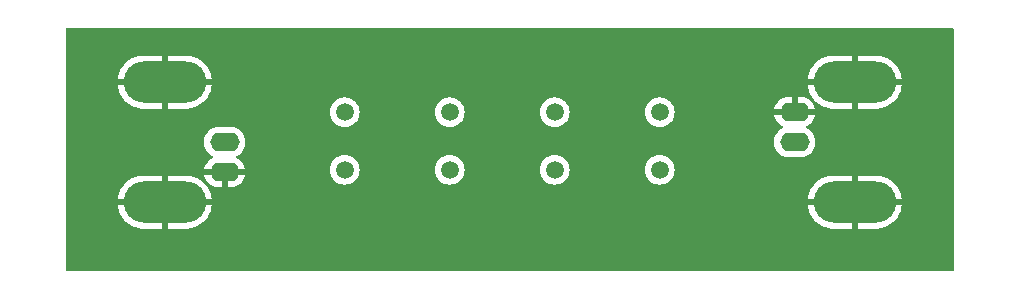
<source format=gbr>
%TF.GenerationSoftware,KiCad,Pcbnew,8.0.1*%
%TF.CreationDate,2024-04-20T09:08:37+02:00*%
%TF.ProjectId,Quarzfilter,51756172-7a66-4696-9c74-65722e6b6963,rev?*%
%TF.SameCoordinates,Original*%
%TF.FileFunction,Copper,L2,Bot*%
%TF.FilePolarity,Positive*%
%FSLAX46Y46*%
G04 Gerber Fmt 4.6, Leading zero omitted, Abs format (unit mm)*
G04 Created by KiCad (PCBNEW 8.0.1) date 2024-04-20 09:08:37*
%MOMM*%
%LPD*%
G01*
G04 APERTURE LIST*
%TA.AperFunction,ComponentPad*%
%ADD10C,1.500000*%
%TD*%
%TA.AperFunction,ComponentPad*%
%ADD11O,2.500000X1.600000*%
%TD*%
%TA.AperFunction,ComponentPad*%
%ADD12O,7.000000X3.500000*%
%TD*%
G04 APERTURE END LIST*
D10*
%TO.P,Y4,1,1*%
%TO.N,Net-(C4-Pad2)*%
X151130000Y-86360000D03*
%TO.P,Y4,2,2*%
%TO.N,Net-(C5-Pad1)*%
X151130000Y-91240000D03*
%TD*%
%TO.P,Y3,1,1*%
%TO.N,Net-(C3-Pad2)*%
X142240000Y-91240000D03*
%TO.P,Y3,2,2*%
%TO.N,Net-(C4-Pad2)*%
X142240000Y-86360000D03*
%TD*%
%TO.P,Y2,1,1*%
%TO.N,Net-(C2-Pad1)*%
X133350000Y-86360000D03*
%TO.P,Y2,2,2*%
%TO.N,Net-(C3-Pad2)*%
X133350000Y-91240000D03*
%TD*%
%TO.P,Y1,1,1*%
%TO.N,Net-(C1-Pad2)*%
X124460000Y-91240000D03*
%TO.P,Y1,2,2*%
%TO.N,Net-(C2-Pad1)*%
X124460000Y-86360000D03*
%TD*%
D11*
%TO.P,J2,1,In*%
%TO.N,Net-(J2-In)*%
X162560000Y-88900000D03*
D12*
%TO.P,J2,2,Ext*%
%TO.N,GND*%
X167640000Y-83820000D03*
D11*
X162560000Y-86360000D03*
D12*
X167640000Y-93980000D03*
%TD*%
D11*
%TO.P,J1,1,In*%
%TO.N,Net-(J1-In)*%
X114300000Y-88900000D03*
D12*
%TO.P,J1,2,Ext*%
%TO.N,GND*%
X109220000Y-93980000D03*
D11*
X114300000Y-91440000D03*
D12*
X109220000Y-83820000D03*
%TD*%
%TA.AperFunction,Conductor*%
%TO.N,GND*%
G36*
X175972539Y-79260185D02*
G01*
X176018294Y-79312989D01*
X176029500Y-79364500D01*
X176029500Y-99705500D01*
X176009815Y-99772539D01*
X175957011Y-99818294D01*
X175905500Y-99829500D01*
X100954500Y-99829500D01*
X100887461Y-99809815D01*
X100841706Y-99757011D01*
X100830500Y-99705500D01*
X100830500Y-93730000D01*
X105233497Y-93730000D01*
X108245038Y-93730000D01*
X108215000Y-93881016D01*
X108215000Y-94078984D01*
X108245038Y-94230000D01*
X105233498Y-94230000D01*
X105258496Y-94419884D01*
X105258499Y-94419897D01*
X105334835Y-94704790D01*
X105334838Y-94704800D01*
X105447704Y-94977281D01*
X105447709Y-94977292D01*
X105595174Y-95232707D01*
X105595185Y-95232723D01*
X105774729Y-95466709D01*
X105774735Y-95466716D01*
X105983283Y-95675264D01*
X105983290Y-95675270D01*
X106217276Y-95854814D01*
X106217292Y-95854825D01*
X106472707Y-96002290D01*
X106472718Y-96002295D01*
X106745199Y-96115161D01*
X106745209Y-96115164D01*
X107030102Y-96191500D01*
X107030115Y-96191503D01*
X107322516Y-96229998D01*
X107322534Y-96230000D01*
X108970000Y-96230000D01*
X108970000Y-94954961D01*
X109121016Y-94985000D01*
X109318984Y-94985000D01*
X109470000Y-94954961D01*
X109470000Y-96230000D01*
X111117466Y-96230000D01*
X111117483Y-96229998D01*
X111409884Y-96191503D01*
X111409897Y-96191500D01*
X111694790Y-96115164D01*
X111694800Y-96115161D01*
X111967281Y-96002295D01*
X111967292Y-96002290D01*
X112222707Y-95854825D01*
X112222723Y-95854814D01*
X112456709Y-95675270D01*
X112456716Y-95675264D01*
X112665264Y-95466716D01*
X112665270Y-95466709D01*
X112844814Y-95232723D01*
X112844825Y-95232707D01*
X112992290Y-94977292D01*
X112992295Y-94977281D01*
X113105161Y-94704800D01*
X113105164Y-94704790D01*
X113181500Y-94419897D01*
X113181503Y-94419884D01*
X113206502Y-94230000D01*
X110194962Y-94230000D01*
X110225000Y-94078984D01*
X110225000Y-93881016D01*
X110194962Y-93730000D01*
X113206502Y-93730000D01*
X163653497Y-93730000D01*
X166665038Y-93730000D01*
X166635000Y-93881016D01*
X166635000Y-94078984D01*
X166665038Y-94230000D01*
X163653498Y-94230000D01*
X163678496Y-94419884D01*
X163678499Y-94419897D01*
X163754835Y-94704790D01*
X163754838Y-94704800D01*
X163867704Y-94977281D01*
X163867709Y-94977292D01*
X164015174Y-95232707D01*
X164015185Y-95232723D01*
X164194729Y-95466709D01*
X164194735Y-95466716D01*
X164403283Y-95675264D01*
X164403290Y-95675270D01*
X164637276Y-95854814D01*
X164637292Y-95854825D01*
X164892707Y-96002290D01*
X164892718Y-96002295D01*
X165165199Y-96115161D01*
X165165209Y-96115164D01*
X165450102Y-96191500D01*
X165450115Y-96191503D01*
X165742516Y-96229998D01*
X165742534Y-96230000D01*
X167390000Y-96230000D01*
X167390000Y-94954961D01*
X167541016Y-94985000D01*
X167738984Y-94985000D01*
X167890000Y-94954961D01*
X167890000Y-96230000D01*
X169537466Y-96230000D01*
X169537483Y-96229998D01*
X169829884Y-96191503D01*
X169829897Y-96191500D01*
X170114790Y-96115164D01*
X170114800Y-96115161D01*
X170387281Y-96002295D01*
X170387292Y-96002290D01*
X170642707Y-95854825D01*
X170642723Y-95854814D01*
X170876709Y-95675270D01*
X170876716Y-95675264D01*
X171085264Y-95466716D01*
X171085270Y-95466709D01*
X171264814Y-95232723D01*
X171264825Y-95232707D01*
X171412290Y-94977292D01*
X171412295Y-94977281D01*
X171525161Y-94704800D01*
X171525164Y-94704790D01*
X171601500Y-94419897D01*
X171601503Y-94419884D01*
X171626502Y-94230000D01*
X168614962Y-94230000D01*
X168645000Y-94078984D01*
X168645000Y-93881016D01*
X168614962Y-93730000D01*
X171626502Y-93730000D01*
X171601503Y-93540115D01*
X171601500Y-93540102D01*
X171525164Y-93255209D01*
X171525161Y-93255199D01*
X171412295Y-92982718D01*
X171412290Y-92982707D01*
X171264825Y-92727292D01*
X171264814Y-92727276D01*
X171085270Y-92493290D01*
X171085264Y-92493283D01*
X170876716Y-92284735D01*
X170876709Y-92284729D01*
X170642723Y-92105185D01*
X170642707Y-92105174D01*
X170387292Y-91957709D01*
X170387281Y-91957704D01*
X170114800Y-91844838D01*
X170114790Y-91844835D01*
X169829897Y-91768499D01*
X169829884Y-91768496D01*
X169537483Y-91730001D01*
X169537466Y-91730000D01*
X167890000Y-91730000D01*
X167890000Y-93005038D01*
X167738984Y-92975000D01*
X167541016Y-92975000D01*
X167390000Y-93005038D01*
X167390000Y-91730000D01*
X165742534Y-91730000D01*
X165742516Y-91730001D01*
X165450115Y-91768496D01*
X165450102Y-91768499D01*
X165165209Y-91844835D01*
X165165199Y-91844838D01*
X164892718Y-91957704D01*
X164892707Y-91957709D01*
X164637292Y-92105174D01*
X164637276Y-92105185D01*
X164403290Y-92284729D01*
X164403283Y-92284735D01*
X164194735Y-92493283D01*
X164194729Y-92493290D01*
X164015185Y-92727276D01*
X164015174Y-92727292D01*
X163867709Y-92982707D01*
X163867704Y-92982718D01*
X163754838Y-93255199D01*
X163754835Y-93255209D01*
X163678499Y-93540102D01*
X163678496Y-93540115D01*
X163653497Y-93730000D01*
X113206502Y-93730000D01*
X113181503Y-93540115D01*
X113181500Y-93540102D01*
X113105164Y-93255209D01*
X113105161Y-93255199D01*
X112992295Y-92982718D01*
X112992290Y-92982707D01*
X112844825Y-92727292D01*
X112844814Y-92727276D01*
X112665270Y-92493290D01*
X112665264Y-92493283D01*
X112456716Y-92284735D01*
X112456709Y-92284729D01*
X112222723Y-92105185D01*
X112222707Y-92105174D01*
X111967292Y-91957709D01*
X111967281Y-91957704D01*
X111694800Y-91844838D01*
X111694790Y-91844835D01*
X111409897Y-91768499D01*
X111409884Y-91768496D01*
X111117483Y-91730001D01*
X111117466Y-91730000D01*
X109470000Y-91730000D01*
X109470000Y-93005038D01*
X109318984Y-92975000D01*
X109121016Y-92975000D01*
X108970000Y-93005038D01*
X108970000Y-91730000D01*
X107322534Y-91730000D01*
X107322516Y-91730001D01*
X107030115Y-91768496D01*
X107030102Y-91768499D01*
X106745209Y-91844835D01*
X106745199Y-91844838D01*
X106472718Y-91957704D01*
X106472707Y-91957709D01*
X106217292Y-92105174D01*
X106217276Y-92105185D01*
X105983290Y-92284729D01*
X105983283Y-92284735D01*
X105774735Y-92493283D01*
X105774729Y-92493290D01*
X105595185Y-92727276D01*
X105595174Y-92727292D01*
X105447709Y-92982707D01*
X105447704Y-92982718D01*
X105334838Y-93255199D01*
X105334835Y-93255209D01*
X105258499Y-93540102D01*
X105258496Y-93540115D01*
X105233497Y-93730000D01*
X100830500Y-93730000D01*
X100830500Y-89002351D01*
X112549500Y-89002351D01*
X112581522Y-89204534D01*
X112644781Y-89399223D01*
X112737715Y-89581613D01*
X112858028Y-89747213D01*
X113002786Y-89891971D01*
X113130451Y-89984723D01*
X113168390Y-90012287D01*
X113240424Y-90048990D01*
X113261629Y-90059795D01*
X113312425Y-90107770D01*
X113329220Y-90175591D01*
X113306682Y-90241726D01*
X113261629Y-90280765D01*
X113168650Y-90328140D01*
X113003105Y-90448417D01*
X113003104Y-90448417D01*
X112858417Y-90593104D01*
X112858417Y-90593105D01*
X112738140Y-90758650D01*
X112645244Y-90940970D01*
X112582009Y-91135586D01*
X112573391Y-91190000D01*
X113930496Y-91190000D01*
X113885326Y-91268236D01*
X113855000Y-91381415D01*
X113855000Y-91498585D01*
X113885326Y-91611764D01*
X113930496Y-91690000D01*
X112573391Y-91690000D01*
X112582009Y-91744413D01*
X112645244Y-91939029D01*
X112738140Y-92121349D01*
X112858417Y-92286894D01*
X112858417Y-92286895D01*
X113003104Y-92431582D01*
X113168650Y-92551859D01*
X113350968Y-92644755D01*
X113545582Y-92707990D01*
X113747683Y-92740000D01*
X114050000Y-92740000D01*
X114050000Y-91809504D01*
X114128236Y-91854674D01*
X114241415Y-91885000D01*
X114358585Y-91885000D01*
X114471764Y-91854674D01*
X114550000Y-91809504D01*
X114550000Y-92740000D01*
X114852317Y-92740000D01*
X115054417Y-92707990D01*
X115249031Y-92644755D01*
X115431349Y-92551859D01*
X115596894Y-92431582D01*
X115596895Y-92431582D01*
X115741582Y-92286895D01*
X115741582Y-92286894D01*
X115861859Y-92121349D01*
X115954755Y-91939029D01*
X116017990Y-91744413D01*
X116026609Y-91690000D01*
X114669504Y-91690000D01*
X114714674Y-91611764D01*
X114745000Y-91498585D01*
X114745000Y-91381415D01*
X114714674Y-91268236D01*
X114698373Y-91240002D01*
X123204723Y-91240002D01*
X123223793Y-91457975D01*
X123223793Y-91457979D01*
X123280422Y-91669322D01*
X123280424Y-91669326D01*
X123280425Y-91669330D01*
X123315437Y-91744413D01*
X123372897Y-91867638D01*
X123372898Y-91867639D01*
X123498402Y-92046877D01*
X123653123Y-92201598D01*
X123832361Y-92327102D01*
X124030670Y-92419575D01*
X124242023Y-92476207D01*
X124424926Y-92492208D01*
X124459998Y-92495277D01*
X124460000Y-92495277D01*
X124460002Y-92495277D01*
X124488254Y-92492805D01*
X124677977Y-92476207D01*
X124889330Y-92419575D01*
X125087639Y-92327102D01*
X125266877Y-92201598D01*
X125421598Y-92046877D01*
X125547102Y-91867639D01*
X125639575Y-91669330D01*
X125696207Y-91457977D01*
X125715277Y-91240002D01*
X132094723Y-91240002D01*
X132113793Y-91457975D01*
X132113793Y-91457979D01*
X132170422Y-91669322D01*
X132170424Y-91669326D01*
X132170425Y-91669330D01*
X132205437Y-91744413D01*
X132262897Y-91867638D01*
X132262898Y-91867639D01*
X132388402Y-92046877D01*
X132543123Y-92201598D01*
X132722361Y-92327102D01*
X132920670Y-92419575D01*
X133132023Y-92476207D01*
X133314926Y-92492208D01*
X133349998Y-92495277D01*
X133350000Y-92495277D01*
X133350002Y-92495277D01*
X133378254Y-92492805D01*
X133567977Y-92476207D01*
X133779330Y-92419575D01*
X133977639Y-92327102D01*
X134156877Y-92201598D01*
X134311598Y-92046877D01*
X134437102Y-91867639D01*
X134529575Y-91669330D01*
X134586207Y-91457977D01*
X134605277Y-91240002D01*
X140984723Y-91240002D01*
X141003793Y-91457975D01*
X141003793Y-91457979D01*
X141060422Y-91669322D01*
X141060424Y-91669326D01*
X141060425Y-91669330D01*
X141095437Y-91744413D01*
X141152897Y-91867638D01*
X141152898Y-91867639D01*
X141278402Y-92046877D01*
X141433123Y-92201598D01*
X141612361Y-92327102D01*
X141810670Y-92419575D01*
X142022023Y-92476207D01*
X142204926Y-92492208D01*
X142239998Y-92495277D01*
X142240000Y-92495277D01*
X142240002Y-92495277D01*
X142268254Y-92492805D01*
X142457977Y-92476207D01*
X142669330Y-92419575D01*
X142867639Y-92327102D01*
X143046877Y-92201598D01*
X143201598Y-92046877D01*
X143327102Y-91867639D01*
X143419575Y-91669330D01*
X143476207Y-91457977D01*
X143495277Y-91240002D01*
X149874723Y-91240002D01*
X149893793Y-91457975D01*
X149893793Y-91457979D01*
X149950422Y-91669322D01*
X149950424Y-91669326D01*
X149950425Y-91669330D01*
X149985437Y-91744413D01*
X150042897Y-91867638D01*
X150042898Y-91867639D01*
X150168402Y-92046877D01*
X150323123Y-92201598D01*
X150502361Y-92327102D01*
X150700670Y-92419575D01*
X150912023Y-92476207D01*
X151094926Y-92492208D01*
X151129998Y-92495277D01*
X151130000Y-92495277D01*
X151130002Y-92495277D01*
X151158254Y-92492805D01*
X151347977Y-92476207D01*
X151559330Y-92419575D01*
X151757639Y-92327102D01*
X151936877Y-92201598D01*
X152091598Y-92046877D01*
X152217102Y-91867639D01*
X152309575Y-91669330D01*
X152366207Y-91457977D01*
X152385277Y-91240000D01*
X152366207Y-91022023D01*
X152309575Y-90810670D01*
X152217102Y-90612362D01*
X152217100Y-90612359D01*
X152217099Y-90612357D01*
X152091599Y-90433124D01*
X152091596Y-90433121D01*
X151936877Y-90278402D01*
X151757639Y-90152898D01*
X151757640Y-90152898D01*
X151757638Y-90152897D01*
X151655389Y-90105218D01*
X151559330Y-90060425D01*
X151559326Y-90060424D01*
X151559322Y-90060422D01*
X151347977Y-90003793D01*
X151130002Y-89984723D01*
X151129998Y-89984723D01*
X150984682Y-89997436D01*
X150912023Y-90003793D01*
X150912020Y-90003793D01*
X150700677Y-90060422D01*
X150700668Y-90060426D01*
X150502361Y-90152898D01*
X150502357Y-90152900D01*
X150323121Y-90278402D01*
X150168402Y-90433121D01*
X150042900Y-90612357D01*
X150042898Y-90612361D01*
X149950426Y-90810668D01*
X149950422Y-90810677D01*
X149893793Y-91022020D01*
X149893793Y-91022024D01*
X149874723Y-91239997D01*
X149874723Y-91240002D01*
X143495277Y-91240002D01*
X143495277Y-91240000D01*
X143476207Y-91022023D01*
X143419575Y-90810670D01*
X143327102Y-90612362D01*
X143327100Y-90612359D01*
X143327099Y-90612357D01*
X143201599Y-90433124D01*
X143201596Y-90433121D01*
X143046877Y-90278402D01*
X142867639Y-90152898D01*
X142867640Y-90152898D01*
X142867638Y-90152897D01*
X142765389Y-90105218D01*
X142669330Y-90060425D01*
X142669326Y-90060424D01*
X142669322Y-90060422D01*
X142457977Y-90003793D01*
X142240002Y-89984723D01*
X142239998Y-89984723D01*
X142094682Y-89997436D01*
X142022023Y-90003793D01*
X142022020Y-90003793D01*
X141810677Y-90060422D01*
X141810668Y-90060426D01*
X141612361Y-90152898D01*
X141612357Y-90152900D01*
X141433121Y-90278402D01*
X141278402Y-90433121D01*
X141152900Y-90612357D01*
X141152898Y-90612361D01*
X141060426Y-90810668D01*
X141060422Y-90810677D01*
X141003793Y-91022020D01*
X141003793Y-91022024D01*
X140984723Y-91239997D01*
X140984723Y-91240002D01*
X134605277Y-91240002D01*
X134605277Y-91240000D01*
X134586207Y-91022023D01*
X134529575Y-90810670D01*
X134437102Y-90612362D01*
X134437100Y-90612359D01*
X134437099Y-90612357D01*
X134311599Y-90433124D01*
X134311596Y-90433121D01*
X134156877Y-90278402D01*
X133977639Y-90152898D01*
X133977640Y-90152898D01*
X133977638Y-90152897D01*
X133875389Y-90105218D01*
X133779330Y-90060425D01*
X133779326Y-90060424D01*
X133779322Y-90060422D01*
X133567977Y-90003793D01*
X133350002Y-89984723D01*
X133349998Y-89984723D01*
X133204682Y-89997436D01*
X133132023Y-90003793D01*
X133132020Y-90003793D01*
X132920677Y-90060422D01*
X132920668Y-90060426D01*
X132722361Y-90152898D01*
X132722357Y-90152900D01*
X132543121Y-90278402D01*
X132388402Y-90433121D01*
X132262900Y-90612357D01*
X132262898Y-90612361D01*
X132170426Y-90810668D01*
X132170422Y-90810677D01*
X132113793Y-91022020D01*
X132113793Y-91022024D01*
X132094723Y-91239997D01*
X132094723Y-91240002D01*
X125715277Y-91240002D01*
X125715277Y-91240000D01*
X125696207Y-91022023D01*
X125639575Y-90810670D01*
X125547102Y-90612362D01*
X125547100Y-90612359D01*
X125547099Y-90612357D01*
X125421599Y-90433124D01*
X125421596Y-90433121D01*
X125266877Y-90278402D01*
X125087639Y-90152898D01*
X125087640Y-90152898D01*
X125087638Y-90152897D01*
X124985389Y-90105218D01*
X124889330Y-90060425D01*
X124889326Y-90060424D01*
X124889322Y-90060422D01*
X124677977Y-90003793D01*
X124460002Y-89984723D01*
X124459998Y-89984723D01*
X124314682Y-89997436D01*
X124242023Y-90003793D01*
X124242020Y-90003793D01*
X124030677Y-90060422D01*
X124030668Y-90060426D01*
X123832361Y-90152898D01*
X123832357Y-90152900D01*
X123653121Y-90278402D01*
X123498402Y-90433121D01*
X123372900Y-90612357D01*
X123372898Y-90612361D01*
X123280426Y-90810668D01*
X123280422Y-90810677D01*
X123223793Y-91022020D01*
X123223793Y-91022024D01*
X123204723Y-91239997D01*
X123204723Y-91240002D01*
X114698373Y-91240002D01*
X114669504Y-91190000D01*
X116026609Y-91190000D01*
X116017990Y-91135586D01*
X115954755Y-90940970D01*
X115861859Y-90758650D01*
X115741582Y-90593105D01*
X115741582Y-90593104D01*
X115596895Y-90448417D01*
X115431349Y-90328140D01*
X115338370Y-90280765D01*
X115287574Y-90232790D01*
X115270779Y-90164969D01*
X115293316Y-90098835D01*
X115338370Y-90059795D01*
X115431610Y-90012287D01*
X115469549Y-89984723D01*
X115597213Y-89891971D01*
X115597215Y-89891968D01*
X115597219Y-89891966D01*
X115741966Y-89747219D01*
X115741968Y-89747215D01*
X115741971Y-89747213D01*
X115794732Y-89674590D01*
X115862287Y-89581610D01*
X115955220Y-89399219D01*
X116018477Y-89204534D01*
X116050500Y-89002352D01*
X116050500Y-89002351D01*
X160809500Y-89002351D01*
X160841522Y-89204534D01*
X160904781Y-89399223D01*
X160997715Y-89581613D01*
X161118028Y-89747213D01*
X161262786Y-89891971D01*
X161390451Y-89984723D01*
X161428390Y-90012287D01*
X161521630Y-90059795D01*
X161610776Y-90105218D01*
X161610778Y-90105218D01*
X161610781Y-90105220D01*
X161715137Y-90139127D01*
X161805465Y-90168477D01*
X161850381Y-90175591D01*
X162007648Y-90200500D01*
X162007649Y-90200500D01*
X163112351Y-90200500D01*
X163112352Y-90200500D01*
X163314534Y-90168477D01*
X163509219Y-90105220D01*
X163691610Y-90012287D01*
X163784590Y-89944732D01*
X163857213Y-89891971D01*
X163857215Y-89891968D01*
X163857219Y-89891966D01*
X164001966Y-89747219D01*
X164001968Y-89747215D01*
X164001971Y-89747213D01*
X164054732Y-89674590D01*
X164122287Y-89581610D01*
X164215220Y-89399219D01*
X164278477Y-89204534D01*
X164310500Y-89002352D01*
X164310500Y-88797648D01*
X164278477Y-88595466D01*
X164215220Y-88400781D01*
X164215218Y-88400778D01*
X164215218Y-88400776D01*
X164181503Y-88334607D01*
X164122287Y-88218390D01*
X164114556Y-88207749D01*
X164001971Y-88052786D01*
X163857213Y-87908028D01*
X163691611Y-87787713D01*
X163598369Y-87740203D01*
X163547574Y-87692229D01*
X163530779Y-87624407D01*
X163553317Y-87558273D01*
X163598371Y-87519234D01*
X163691347Y-87471861D01*
X163856894Y-87351582D01*
X163856895Y-87351582D01*
X164001582Y-87206895D01*
X164001582Y-87206894D01*
X164121859Y-87041349D01*
X164214755Y-86859029D01*
X164277990Y-86664413D01*
X164286609Y-86610000D01*
X162929504Y-86610000D01*
X162974674Y-86531764D01*
X163005000Y-86418585D01*
X163005000Y-86301415D01*
X162974674Y-86188236D01*
X162929504Y-86110000D01*
X164286609Y-86110000D01*
X164277990Y-86055586D01*
X164214755Y-85860970D01*
X164121859Y-85678650D01*
X164001582Y-85513105D01*
X164001582Y-85513104D01*
X163856895Y-85368417D01*
X163691349Y-85248140D01*
X163509031Y-85155244D01*
X163314417Y-85092009D01*
X163112317Y-85060000D01*
X162810000Y-85060000D01*
X162810000Y-85990495D01*
X162731764Y-85945326D01*
X162618585Y-85915000D01*
X162501415Y-85915000D01*
X162388236Y-85945326D01*
X162310000Y-85990495D01*
X162310000Y-85060000D01*
X162007683Y-85060000D01*
X161805582Y-85092009D01*
X161610968Y-85155244D01*
X161428650Y-85248140D01*
X161263105Y-85368417D01*
X161263104Y-85368417D01*
X161118417Y-85513104D01*
X161118417Y-85513105D01*
X160998140Y-85678650D01*
X160905244Y-85860970D01*
X160842009Y-86055586D01*
X160833391Y-86110000D01*
X162190496Y-86110000D01*
X162145326Y-86188236D01*
X162115000Y-86301415D01*
X162115000Y-86418585D01*
X162145326Y-86531764D01*
X162190496Y-86610000D01*
X160833391Y-86610000D01*
X160842009Y-86664413D01*
X160905244Y-86859029D01*
X160998140Y-87041349D01*
X161118417Y-87206894D01*
X161118417Y-87206895D01*
X161263104Y-87351582D01*
X161428652Y-87471861D01*
X161521628Y-87519234D01*
X161572425Y-87567208D01*
X161589220Y-87635029D01*
X161566683Y-87701164D01*
X161521630Y-87740203D01*
X161428388Y-87787713D01*
X161262786Y-87908028D01*
X161118028Y-88052786D01*
X160997715Y-88218386D01*
X160904781Y-88400776D01*
X160841522Y-88595465D01*
X160809500Y-88797648D01*
X160809500Y-89002351D01*
X116050500Y-89002351D01*
X116050500Y-88797648D01*
X116018477Y-88595466D01*
X115955220Y-88400781D01*
X115955218Y-88400778D01*
X115955218Y-88400776D01*
X115921503Y-88334607D01*
X115862287Y-88218390D01*
X115854556Y-88207749D01*
X115741971Y-88052786D01*
X115597213Y-87908028D01*
X115431613Y-87787715D01*
X115431612Y-87787714D01*
X115431610Y-87787713D01*
X115338367Y-87740203D01*
X115249223Y-87694781D01*
X115054534Y-87631522D01*
X114879995Y-87603878D01*
X114852352Y-87599500D01*
X113747648Y-87599500D01*
X113723329Y-87603351D01*
X113545465Y-87631522D01*
X113350776Y-87694781D01*
X113168386Y-87787715D01*
X113002786Y-87908028D01*
X112858028Y-88052786D01*
X112737715Y-88218386D01*
X112644781Y-88400776D01*
X112581522Y-88595465D01*
X112549500Y-88797648D01*
X112549500Y-89002351D01*
X100830500Y-89002351D01*
X100830500Y-86360002D01*
X123204723Y-86360002D01*
X123223793Y-86577975D01*
X123223793Y-86577979D01*
X123280422Y-86789322D01*
X123280424Y-86789326D01*
X123280425Y-86789330D01*
X123287732Y-86805000D01*
X123372897Y-86987638D01*
X123372898Y-86987639D01*
X123498402Y-87166877D01*
X123653123Y-87321598D01*
X123832361Y-87447102D01*
X124030670Y-87539575D01*
X124242023Y-87596207D01*
X124424926Y-87612208D01*
X124459998Y-87615277D01*
X124460000Y-87615277D01*
X124460002Y-87615277D01*
X124488254Y-87612805D01*
X124677977Y-87596207D01*
X124889330Y-87539575D01*
X125087639Y-87447102D01*
X125266877Y-87321598D01*
X125421598Y-87166877D01*
X125547102Y-86987639D01*
X125639575Y-86789330D01*
X125696207Y-86577977D01*
X125715277Y-86360002D01*
X132094723Y-86360002D01*
X132113793Y-86577975D01*
X132113793Y-86577979D01*
X132170422Y-86789322D01*
X132170424Y-86789326D01*
X132170425Y-86789330D01*
X132177732Y-86805000D01*
X132262897Y-86987638D01*
X132262898Y-86987639D01*
X132388402Y-87166877D01*
X132543123Y-87321598D01*
X132722361Y-87447102D01*
X132920670Y-87539575D01*
X133132023Y-87596207D01*
X133314926Y-87612208D01*
X133349998Y-87615277D01*
X133350000Y-87615277D01*
X133350002Y-87615277D01*
X133378254Y-87612805D01*
X133567977Y-87596207D01*
X133779330Y-87539575D01*
X133977639Y-87447102D01*
X134156877Y-87321598D01*
X134311598Y-87166877D01*
X134437102Y-86987639D01*
X134529575Y-86789330D01*
X134586207Y-86577977D01*
X134605277Y-86360002D01*
X140984723Y-86360002D01*
X141003793Y-86577975D01*
X141003793Y-86577979D01*
X141060422Y-86789322D01*
X141060424Y-86789326D01*
X141060425Y-86789330D01*
X141067732Y-86805000D01*
X141152897Y-86987638D01*
X141152898Y-86987639D01*
X141278402Y-87166877D01*
X141433123Y-87321598D01*
X141612361Y-87447102D01*
X141810670Y-87539575D01*
X142022023Y-87596207D01*
X142204926Y-87612208D01*
X142239998Y-87615277D01*
X142240000Y-87615277D01*
X142240002Y-87615277D01*
X142268254Y-87612805D01*
X142457977Y-87596207D01*
X142669330Y-87539575D01*
X142867639Y-87447102D01*
X143046877Y-87321598D01*
X143201598Y-87166877D01*
X143327102Y-86987639D01*
X143419575Y-86789330D01*
X143476207Y-86577977D01*
X143495277Y-86360002D01*
X149874723Y-86360002D01*
X149893793Y-86577975D01*
X149893793Y-86577979D01*
X149950422Y-86789322D01*
X149950424Y-86789326D01*
X149950425Y-86789330D01*
X149957732Y-86805000D01*
X150042897Y-86987638D01*
X150042898Y-86987639D01*
X150168402Y-87166877D01*
X150323123Y-87321598D01*
X150502361Y-87447102D01*
X150700670Y-87539575D01*
X150912023Y-87596207D01*
X151094926Y-87612208D01*
X151129998Y-87615277D01*
X151130000Y-87615277D01*
X151130002Y-87615277D01*
X151158254Y-87612805D01*
X151347977Y-87596207D01*
X151559330Y-87539575D01*
X151757639Y-87447102D01*
X151936877Y-87321598D01*
X152091598Y-87166877D01*
X152217102Y-86987639D01*
X152309575Y-86789330D01*
X152366207Y-86577977D01*
X152385277Y-86360000D01*
X152366207Y-86142023D01*
X152309575Y-85930670D01*
X152217102Y-85732362D01*
X152217100Y-85732359D01*
X152217099Y-85732357D01*
X152091599Y-85553124D01*
X152051579Y-85513104D01*
X151936877Y-85398402D01*
X151757639Y-85272898D01*
X151757640Y-85272898D01*
X151757638Y-85272897D01*
X151658484Y-85226661D01*
X151559330Y-85180425D01*
X151559326Y-85180424D01*
X151559322Y-85180422D01*
X151347977Y-85123793D01*
X151130002Y-85104723D01*
X151129998Y-85104723D01*
X150984682Y-85117436D01*
X150912023Y-85123793D01*
X150912020Y-85123793D01*
X150700677Y-85180422D01*
X150700668Y-85180426D01*
X150502361Y-85272898D01*
X150502357Y-85272900D01*
X150323121Y-85398402D01*
X150168402Y-85553121D01*
X150042900Y-85732357D01*
X150042898Y-85732361D01*
X149950426Y-85930668D01*
X149950422Y-85930677D01*
X149893793Y-86142020D01*
X149893793Y-86142024D01*
X149874723Y-86359997D01*
X149874723Y-86360002D01*
X143495277Y-86360002D01*
X143495277Y-86360000D01*
X143476207Y-86142023D01*
X143419575Y-85930670D01*
X143327102Y-85732362D01*
X143327100Y-85732359D01*
X143327099Y-85732357D01*
X143201599Y-85553124D01*
X143161579Y-85513104D01*
X143046877Y-85398402D01*
X142867639Y-85272898D01*
X142867640Y-85272898D01*
X142867638Y-85272897D01*
X142768484Y-85226661D01*
X142669330Y-85180425D01*
X142669326Y-85180424D01*
X142669322Y-85180422D01*
X142457977Y-85123793D01*
X142240002Y-85104723D01*
X142239998Y-85104723D01*
X142094682Y-85117436D01*
X142022023Y-85123793D01*
X142022020Y-85123793D01*
X141810677Y-85180422D01*
X141810668Y-85180426D01*
X141612361Y-85272898D01*
X141612357Y-85272900D01*
X141433121Y-85398402D01*
X141278402Y-85553121D01*
X141152900Y-85732357D01*
X141152898Y-85732361D01*
X141060426Y-85930668D01*
X141060422Y-85930677D01*
X141003793Y-86142020D01*
X141003793Y-86142024D01*
X140984723Y-86359997D01*
X140984723Y-86360002D01*
X134605277Y-86360002D01*
X134605277Y-86360000D01*
X134586207Y-86142023D01*
X134529575Y-85930670D01*
X134437102Y-85732362D01*
X134437100Y-85732359D01*
X134437099Y-85732357D01*
X134311599Y-85553124D01*
X134271579Y-85513104D01*
X134156877Y-85398402D01*
X133977639Y-85272898D01*
X133977640Y-85272898D01*
X133977638Y-85272897D01*
X133878484Y-85226661D01*
X133779330Y-85180425D01*
X133779326Y-85180424D01*
X133779322Y-85180422D01*
X133567977Y-85123793D01*
X133350002Y-85104723D01*
X133349998Y-85104723D01*
X133204682Y-85117436D01*
X133132023Y-85123793D01*
X133132020Y-85123793D01*
X132920677Y-85180422D01*
X132920668Y-85180426D01*
X132722361Y-85272898D01*
X132722357Y-85272900D01*
X132543121Y-85398402D01*
X132388402Y-85553121D01*
X132262900Y-85732357D01*
X132262898Y-85732361D01*
X132170426Y-85930668D01*
X132170422Y-85930677D01*
X132113793Y-86142020D01*
X132113793Y-86142024D01*
X132094723Y-86359997D01*
X132094723Y-86360002D01*
X125715277Y-86360002D01*
X125715277Y-86360000D01*
X125696207Y-86142023D01*
X125639575Y-85930670D01*
X125547102Y-85732362D01*
X125547100Y-85732359D01*
X125547099Y-85732357D01*
X125421599Y-85553124D01*
X125381579Y-85513104D01*
X125266877Y-85398402D01*
X125087639Y-85272898D01*
X125087640Y-85272898D01*
X125087638Y-85272897D01*
X124988484Y-85226661D01*
X124889330Y-85180425D01*
X124889326Y-85180424D01*
X124889322Y-85180422D01*
X124677977Y-85123793D01*
X124460002Y-85104723D01*
X124459998Y-85104723D01*
X124314682Y-85117436D01*
X124242023Y-85123793D01*
X124242020Y-85123793D01*
X124030677Y-85180422D01*
X124030668Y-85180426D01*
X123832361Y-85272898D01*
X123832357Y-85272900D01*
X123653121Y-85398402D01*
X123498402Y-85553121D01*
X123372900Y-85732357D01*
X123372898Y-85732361D01*
X123280426Y-85930668D01*
X123280422Y-85930677D01*
X123223793Y-86142020D01*
X123223793Y-86142024D01*
X123204723Y-86359997D01*
X123204723Y-86360002D01*
X100830500Y-86360002D01*
X100830500Y-83570000D01*
X105233497Y-83570000D01*
X108245038Y-83570000D01*
X108215000Y-83721016D01*
X108215000Y-83918984D01*
X108245038Y-84070000D01*
X105233498Y-84070000D01*
X105258496Y-84259884D01*
X105258499Y-84259897D01*
X105334835Y-84544790D01*
X105334838Y-84544800D01*
X105447704Y-84817281D01*
X105447709Y-84817292D01*
X105595174Y-85072707D01*
X105595185Y-85072723D01*
X105774729Y-85306709D01*
X105774735Y-85306716D01*
X105983283Y-85515264D01*
X105983290Y-85515270D01*
X106217276Y-85694814D01*
X106217292Y-85694825D01*
X106472707Y-85842290D01*
X106472718Y-85842295D01*
X106745199Y-85955161D01*
X106745209Y-85955164D01*
X107030102Y-86031500D01*
X107030115Y-86031503D01*
X107322516Y-86069998D01*
X107322534Y-86070000D01*
X108970000Y-86070000D01*
X108970000Y-84794961D01*
X109121016Y-84825000D01*
X109318984Y-84825000D01*
X109470000Y-84794961D01*
X109470000Y-86070000D01*
X111117466Y-86070000D01*
X111117483Y-86069998D01*
X111409884Y-86031503D01*
X111409897Y-86031500D01*
X111694790Y-85955164D01*
X111694800Y-85955161D01*
X111967281Y-85842295D01*
X111967292Y-85842290D01*
X112222707Y-85694825D01*
X112222723Y-85694814D01*
X112456709Y-85515270D01*
X112456716Y-85515264D01*
X112665264Y-85306716D01*
X112665270Y-85306709D01*
X112844814Y-85072723D01*
X112844825Y-85072707D01*
X112992290Y-84817292D01*
X112992295Y-84817281D01*
X113105161Y-84544800D01*
X113105164Y-84544790D01*
X113181500Y-84259897D01*
X113181503Y-84259884D01*
X113206502Y-84070000D01*
X110194962Y-84070000D01*
X110225000Y-83918984D01*
X110225000Y-83721016D01*
X110194962Y-83570000D01*
X113206502Y-83570000D01*
X163653497Y-83570000D01*
X166665038Y-83570000D01*
X166635000Y-83721016D01*
X166635000Y-83918984D01*
X166665038Y-84070000D01*
X163653498Y-84070000D01*
X163678496Y-84259884D01*
X163678499Y-84259897D01*
X163754835Y-84544790D01*
X163754838Y-84544800D01*
X163867704Y-84817281D01*
X163867709Y-84817292D01*
X164015174Y-85072707D01*
X164015185Y-85072723D01*
X164194729Y-85306709D01*
X164194735Y-85306716D01*
X164403283Y-85515264D01*
X164403290Y-85515270D01*
X164637276Y-85694814D01*
X164637292Y-85694825D01*
X164892707Y-85842290D01*
X164892718Y-85842295D01*
X165165199Y-85955161D01*
X165165209Y-85955164D01*
X165450102Y-86031500D01*
X165450115Y-86031503D01*
X165742516Y-86069998D01*
X165742534Y-86070000D01*
X167390000Y-86070000D01*
X167390000Y-84794961D01*
X167541016Y-84825000D01*
X167738984Y-84825000D01*
X167890000Y-84794961D01*
X167890000Y-86070000D01*
X169537466Y-86070000D01*
X169537483Y-86069998D01*
X169829884Y-86031503D01*
X169829897Y-86031500D01*
X170114790Y-85955164D01*
X170114800Y-85955161D01*
X170387281Y-85842295D01*
X170387292Y-85842290D01*
X170642707Y-85694825D01*
X170642723Y-85694814D01*
X170876709Y-85515270D01*
X170876716Y-85515264D01*
X171085264Y-85306716D01*
X171085270Y-85306709D01*
X171264814Y-85072723D01*
X171264825Y-85072707D01*
X171412290Y-84817292D01*
X171412295Y-84817281D01*
X171525161Y-84544800D01*
X171525164Y-84544790D01*
X171601500Y-84259897D01*
X171601503Y-84259884D01*
X171626502Y-84070000D01*
X168614962Y-84070000D01*
X168645000Y-83918984D01*
X168645000Y-83721016D01*
X168614962Y-83570000D01*
X171626502Y-83570000D01*
X171601503Y-83380115D01*
X171601500Y-83380102D01*
X171525164Y-83095209D01*
X171525161Y-83095199D01*
X171412295Y-82822718D01*
X171412290Y-82822707D01*
X171264825Y-82567292D01*
X171264814Y-82567276D01*
X171085270Y-82333290D01*
X171085264Y-82333283D01*
X170876716Y-82124735D01*
X170876709Y-82124729D01*
X170642723Y-81945185D01*
X170642707Y-81945174D01*
X170387292Y-81797709D01*
X170387281Y-81797704D01*
X170114800Y-81684838D01*
X170114790Y-81684835D01*
X169829897Y-81608499D01*
X169829884Y-81608496D01*
X169537483Y-81570001D01*
X169537466Y-81570000D01*
X167890000Y-81570000D01*
X167890000Y-82845038D01*
X167738984Y-82815000D01*
X167541016Y-82815000D01*
X167390000Y-82845038D01*
X167390000Y-81570000D01*
X165742534Y-81570000D01*
X165742516Y-81570001D01*
X165450115Y-81608496D01*
X165450102Y-81608499D01*
X165165209Y-81684835D01*
X165165199Y-81684838D01*
X164892718Y-81797704D01*
X164892707Y-81797709D01*
X164637292Y-81945174D01*
X164637276Y-81945185D01*
X164403290Y-82124729D01*
X164403283Y-82124735D01*
X164194735Y-82333283D01*
X164194729Y-82333290D01*
X164015185Y-82567276D01*
X164015174Y-82567292D01*
X163867709Y-82822707D01*
X163867704Y-82822718D01*
X163754838Y-83095199D01*
X163754835Y-83095209D01*
X163678499Y-83380102D01*
X163678496Y-83380115D01*
X163653497Y-83570000D01*
X113206502Y-83570000D01*
X113181503Y-83380115D01*
X113181500Y-83380102D01*
X113105164Y-83095209D01*
X113105161Y-83095199D01*
X112992295Y-82822718D01*
X112992290Y-82822707D01*
X112844825Y-82567292D01*
X112844814Y-82567276D01*
X112665270Y-82333290D01*
X112665264Y-82333283D01*
X112456716Y-82124735D01*
X112456709Y-82124729D01*
X112222723Y-81945185D01*
X112222707Y-81945174D01*
X111967292Y-81797709D01*
X111967281Y-81797704D01*
X111694800Y-81684838D01*
X111694790Y-81684835D01*
X111409897Y-81608499D01*
X111409884Y-81608496D01*
X111117483Y-81570001D01*
X111117466Y-81570000D01*
X109470000Y-81570000D01*
X109470000Y-82845038D01*
X109318984Y-82815000D01*
X109121016Y-82815000D01*
X108970000Y-82845038D01*
X108970000Y-81570000D01*
X107322534Y-81570000D01*
X107322516Y-81570001D01*
X107030115Y-81608496D01*
X107030102Y-81608499D01*
X106745209Y-81684835D01*
X106745199Y-81684838D01*
X106472718Y-81797704D01*
X106472707Y-81797709D01*
X106217292Y-81945174D01*
X106217276Y-81945185D01*
X105983290Y-82124729D01*
X105983283Y-82124735D01*
X105774735Y-82333283D01*
X105774729Y-82333290D01*
X105595185Y-82567276D01*
X105595174Y-82567292D01*
X105447709Y-82822707D01*
X105447704Y-82822718D01*
X105334838Y-83095199D01*
X105334835Y-83095209D01*
X105258499Y-83380102D01*
X105258496Y-83380115D01*
X105233497Y-83570000D01*
X100830500Y-83570000D01*
X100830500Y-79364500D01*
X100850185Y-79297461D01*
X100902989Y-79251706D01*
X100954500Y-79240500D01*
X175905500Y-79240500D01*
X175972539Y-79260185D01*
G37*
%TD.AperFunction*%
%TD*%
M02*

</source>
